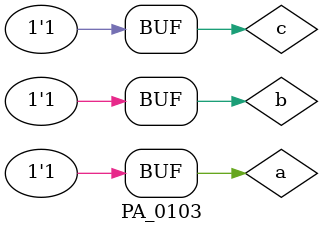
<source format=v>
/*
    identificação: 

    PA_0103 - 26 / 09 / 2024
    Nome: Davi Cândido de Almeida
    Matricula: 857859
    Código de Pessoa: 1527368
*/

// Módulo MUX de 2 entradas e 1 seletor
module MUX (output s, input d0, input d1, input sel);

    // Multiplexador simples: se o seletor (sel) for 1, seleciona d1; caso contrário, seleciona d0
    assign s = sel ? d1 : d0;
endmodule // MUX

module f_MUX (output s, input a, input b, input c);

    wire s_01, s_02, not_01, not_02, not_c;

    MUX MUX_01 (s_01, b, a, c);

    not not01 (not_a, a);
    not not02 (not_b, b);
    not not_03 (not_c, c);

    MUX MUX_02 (s_02, not_a, not_b, c);


    MUX MUX_03 (s, s_01, s_02, not_c);

endmodule // f_MUX - Implementa f(x, y)

// Módulo de teste PA_0103
module PA_0103;
    // Define os registradores

    reg a; 
    reg b; 
    reg c; // chave 
    wire s; // saída 

    f_MUX f01a(s, a, b, c);

    initial begin : main
        $display("PA_0103 - Tests");
        $display("   a    b    c    s");
        $monitor("%4b %4b %4b %4b", a, b, c, s);

        // Testes com diferentes valores de entrada
           a = 1'b0; b = 1'b0; c = 1'b0;
        #1 a = 1'b0; b = 1'b1; c = 1'b0;
        #1 a = 1'b1; b = 1'b0; c = 1'b0;
        #1 a = 1'b1; b = 1'b1; c = 1'b0;

        #1 a = 1'b0; b = 1'b0; c = 1'b1;
        #1 a = 1'b0; b = 1'b1; c = 1'b1;
        #1 a = 1'b1; b = 1'b0; c = 1'b1;
        #1 a = 1'b1; b = 1'b1; c = 1'b1;

    end // main

endmodule // PA_0103

/*
    -Saídas de resultados esperados:

    PA_0103 - Tests
    a    b    c    s
    0    0    0    1
    0    1    0    1
    1    0    0    0
    1    1    0    0
    0    0    1    0
    0    1    1    0
    1    0    1    1
    1    1    1    1
*/

/*
    -Notas:

    Para compilar: iverilog -o PA_0103.vvp PA_0103.v
    Para executar: vvp PA_0103.vvp
*/


</source>
